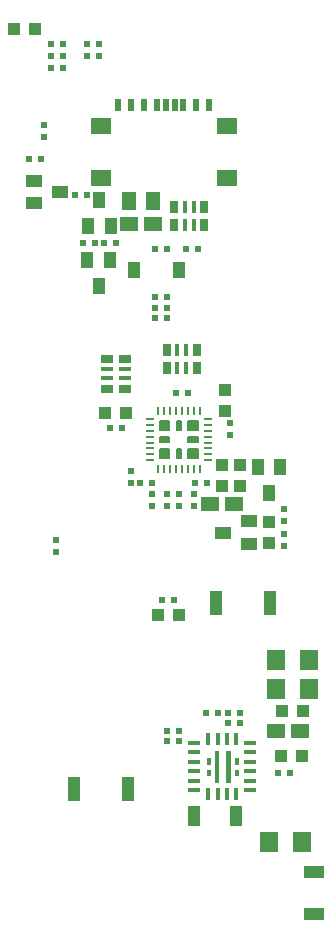
<source format=gbr>
G04 #@! TF.GenerationSoftware,KiCad,Pcbnew,5.99.0-unknown-d20d310~100~ubuntu18.04.1*
G04 #@! TF.CreationDate,2019-12-17T13:26:05+02:00*
G04 #@! TF.ProjectId,ESP32-PoE-ISO_Rev_D,45535033-322d-4506-9f45-2d49534f5f52,D*
G04 #@! TF.SameCoordinates,Original*
G04 #@! TF.FileFunction,Paste,Bot*
G04 #@! TF.FilePolarity,Positive*
%FSLAX46Y46*%
G04 Gerber Fmt 4.6, Leading zero omitted, Abs format (unit mm)*
G04 Created by KiCad (PCBNEW 5.99.0-unknown-d20d310~100~ubuntu18.04.1) date 2019-12-17 13:26:05*
%MOMM*%
%LPD*%
G04 APERTURE LIST*
%ADD10C,0.100000*%
%ADD11C,0.200000*%
%ADD12R,1.016000X1.016000*%
%ADD13R,0.500000X0.550000*%
%ADD14R,1.016000X2.032000*%
%ADD15R,0.400000X1.000000*%
%ADD16R,1.000000X0.400000*%
%ADD17R,0.550000X0.500000*%
%ADD18R,1.270000X1.524000*%
%ADD19R,1.524000X1.778000*%
%ADD20R,1.400000X1.000000*%
%ADD21R,1.000000X1.400000*%
%ADD22R,1.524000X1.270000*%
%ADD23R,1.778000X1.016000*%
%ADD24R,0.500000X1.000000*%
%ADD25R,1.754000X1.454000*%
%ADD26R,0.381000X1.016000*%
%ADD27R,0.635000X1.016000*%
%ADD28R,0.230000X0.780000*%
%ADD29R,0.780000X0.230000*%
%ADD30R,1.016000X1.778000*%
%ADD31R,1.016000X0.381000*%
%ADD32R,1.016000X0.635000*%
G04 APERTURE END LIST*
G36*
X110377000Y-165342000D02*
G01*
X110127000Y-165342000D01*
X110127000Y-164842000D01*
X110377000Y-164842000D01*
X110377000Y-165342000D01*
G37*
D10*
X110377000Y-165342000D02*
X110127000Y-165342000D01*
X110127000Y-164842000D01*
X110377000Y-164842000D01*
X110377000Y-165342000D01*
G36*
X110377000Y-164342000D02*
G01*
X110127000Y-164342000D01*
X110127000Y-163842000D01*
X110377000Y-163842000D01*
X110377000Y-164342000D01*
G37*
X110377000Y-164342000D02*
X110127000Y-164342000D01*
X110127000Y-163842000D01*
X110377000Y-163842000D01*
X110377000Y-164342000D01*
G36*
X108027000Y-164342000D02*
G01*
X107777000Y-164342000D01*
X107777000Y-163842000D01*
X108027000Y-163842000D01*
X108027000Y-164342000D01*
G37*
X108027000Y-164342000D02*
X107777000Y-164342000D01*
X107777000Y-163842000D01*
X108027000Y-163842000D01*
X108027000Y-164342000D01*
G36*
X109727000Y-165892000D02*
G01*
X109427000Y-165892000D01*
X109427000Y-163292000D01*
X109727000Y-163292000D01*
X109727000Y-165892000D01*
G37*
X109727000Y-165892000D02*
X109427000Y-165892000D01*
X109427000Y-163292000D01*
X109727000Y-163292000D01*
X109727000Y-165892000D01*
G36*
X108027000Y-165342000D02*
G01*
X107777000Y-165342000D01*
X107777000Y-164842000D01*
X108027000Y-164842000D01*
X108027000Y-165342000D01*
G37*
X108027000Y-165342000D02*
X107777000Y-165342000D01*
X107777000Y-164842000D01*
X108027000Y-164842000D01*
X108027000Y-165342000D01*
G36*
X108727000Y-165892000D02*
G01*
X108427000Y-165892000D01*
X108427000Y-163292000D01*
X108727000Y-163292000D01*
X108727000Y-165892000D01*
G37*
X108727000Y-165892000D02*
X108427000Y-165892000D01*
X108427000Y-163292000D01*
X108727000Y-163292000D01*
X108727000Y-165892000D01*
D11*
X107010000Y-137706000D02*
X107010000Y-138506000D01*
X106210000Y-137706000D02*
X107010000Y-137706000D01*
X106210000Y-138506000D02*
X106210000Y-137706000D01*
X107010000Y-138506000D02*
X106210000Y-138506000D01*
X107010000Y-138406000D02*
X106210000Y-138406000D01*
X107010000Y-138306000D02*
X106210000Y-138306000D01*
X107010000Y-138206000D02*
X106210000Y-138206000D01*
X107010000Y-138106000D02*
X106210000Y-138106000D01*
X107010000Y-138006000D02*
X106210000Y-138006000D01*
X107010000Y-137906000D02*
X106210000Y-137906000D01*
X107010000Y-137806000D02*
X106210000Y-137806000D01*
X104610000Y-137806000D02*
X103810000Y-137806000D01*
X104610000Y-137906000D02*
X103810000Y-137906000D01*
X104610000Y-138006000D02*
X103810000Y-138006000D01*
X104610000Y-138106000D02*
X103810000Y-138106000D01*
X104610000Y-138206000D02*
X103810000Y-138206000D01*
X104610000Y-138306000D02*
X103810000Y-138306000D01*
X104610000Y-138406000D02*
X103810000Y-138406000D01*
X104610000Y-138506000D02*
X103810000Y-138506000D01*
X103810000Y-138506000D02*
X103810000Y-137706000D01*
X103810000Y-137706000D02*
X104610000Y-137706000D01*
X104610000Y-137706000D02*
X104610000Y-138506000D01*
X107010000Y-135406000D02*
X106210000Y-135406000D01*
X107010000Y-135506000D02*
X106210000Y-135506000D01*
X107010000Y-135606000D02*
X106210000Y-135606000D01*
X107010000Y-135706000D02*
X106210000Y-135706000D01*
X107010000Y-135806000D02*
X106210000Y-135806000D01*
X107010000Y-135906000D02*
X106210000Y-135906000D01*
X107010000Y-136006000D02*
X106210000Y-136006000D01*
X107010000Y-136106000D02*
X106210000Y-136106000D01*
X106210000Y-136106000D02*
X106210000Y-135306000D01*
X106210000Y-135306000D02*
X107010000Y-135306000D01*
X107010000Y-135306000D02*
X107010000Y-136106000D01*
X104610000Y-135306000D02*
X104610000Y-136106000D01*
X103810000Y-135306000D02*
X104610000Y-135306000D01*
X103810000Y-136106000D02*
X103810000Y-135306000D01*
X104610000Y-136106000D02*
X103810000Y-136106000D01*
X104610000Y-136006000D02*
X103810000Y-136006000D01*
X104610000Y-135906000D02*
X103810000Y-135906000D01*
X104610000Y-135806000D02*
X103810000Y-135806000D01*
X104610000Y-135706000D02*
X103810000Y-135706000D01*
X104610000Y-135606000D02*
X103810000Y-135606000D01*
X104610000Y-135506000D02*
X103810000Y-135506000D01*
X104610000Y-135406000D02*
X103810000Y-135406000D01*
X105210000Y-138506000D02*
X105610000Y-138506000D01*
X105210000Y-137706000D02*
X105210000Y-138506000D01*
X105610000Y-137706000D02*
X105210000Y-137706000D01*
X105610000Y-138506000D02*
X105610000Y-137706000D01*
X105510000Y-138506000D02*
X105510000Y-137706000D01*
X105410000Y-138506000D02*
X105410000Y-137706000D01*
X105310000Y-138506000D02*
X105310000Y-137706000D01*
X105310000Y-136106000D02*
X105310000Y-135306000D01*
X105410000Y-136106000D02*
X105410000Y-135306000D01*
X105510000Y-136106000D02*
X105510000Y-135306000D01*
X105610000Y-136106000D02*
X105610000Y-135306000D01*
X105610000Y-135306000D02*
X105210000Y-135306000D01*
X105210000Y-135306000D02*
X105210000Y-136106000D01*
X105210000Y-136106000D02*
X105610000Y-136106000D01*
X107010000Y-136706000D02*
X107010000Y-137106000D01*
X106210000Y-136706000D02*
X107010000Y-136706000D01*
X106210000Y-137106000D02*
X106210000Y-136706000D01*
X107010000Y-137106000D02*
X106210000Y-137106000D01*
X107010000Y-137006000D02*
X106210000Y-137006000D01*
X106210000Y-136906000D02*
X107010000Y-136906000D01*
X107010000Y-136806000D02*
X106210000Y-136806000D01*
X104610000Y-136806000D02*
X103810000Y-136806000D01*
X103810000Y-136906000D02*
X104610000Y-136906000D01*
X104610000Y-137006000D02*
X103810000Y-137006000D01*
X104610000Y-137106000D02*
X103810000Y-137106000D01*
X103810000Y-137106000D02*
X103810000Y-136706000D01*
X103810000Y-136706000D02*
X104610000Y-136706000D01*
X104610000Y-136706000D02*
X104610000Y-137106000D01*
D12*
X91440000Y-102108000D03*
X93218000Y-102108000D03*
D13*
X97663000Y-103378000D03*
X98679000Y-103378000D03*
D14*
X101092000Y-166497000D03*
X96520000Y-166497000D03*
X113157000Y-150749000D03*
X108585000Y-150749000D03*
D15*
X107877000Y-162242000D03*
X108677000Y-162242000D03*
X109477000Y-162242000D03*
X110277000Y-162242000D03*
D16*
X111427000Y-162592000D03*
X111427000Y-163392000D03*
X111427000Y-164192000D03*
X111427000Y-164992000D03*
X111427000Y-165792000D03*
X111427000Y-166592000D03*
D15*
X110277000Y-166942000D03*
X109477000Y-166942000D03*
X108677000Y-166942000D03*
X107877000Y-166942000D03*
D16*
X106727000Y-166592000D03*
X106727000Y-165792000D03*
X106727000Y-164992000D03*
X106727000Y-164192000D03*
X106727000Y-163392000D03*
X106727000Y-162592000D03*
D17*
X94996000Y-145415000D03*
X94996000Y-146431000D03*
D13*
X94615000Y-104394000D03*
X95631000Y-104394000D03*
X94615000Y-103378000D03*
X95631000Y-103378000D03*
X95631000Y-105410000D03*
X94615000Y-105410000D03*
X110617000Y-160020000D03*
X109601000Y-160020000D03*
D12*
X105410000Y-151765000D03*
X103632000Y-151765000D03*
D17*
X114300000Y-142748000D03*
X114300000Y-143764000D03*
D12*
X113030000Y-143891000D03*
X113030000Y-145669000D03*
D13*
X110617000Y-160909000D03*
X109601000Y-160909000D03*
D18*
X103251000Y-116713000D03*
X101219000Y-116713000D03*
D12*
X114173000Y-159893000D03*
X115951000Y-159893000D03*
D19*
X113665000Y-155575000D03*
X116459000Y-155575000D03*
X113665000Y-157988000D03*
X116459000Y-157988000D03*
D13*
X106172000Y-132969000D03*
X105156000Y-132969000D03*
X99568000Y-135890000D03*
X100584000Y-135890000D03*
D17*
X101346000Y-139573000D03*
X101346000Y-140589000D03*
D13*
X107823000Y-140589000D03*
X106807000Y-140589000D03*
X93726000Y-113157000D03*
X92710000Y-113157000D03*
X104394000Y-161544000D03*
X105410000Y-161544000D03*
X105410000Y-162433000D03*
X104394000Y-162433000D03*
D17*
X93980000Y-111252000D03*
X93980000Y-110236000D03*
D13*
X104394000Y-126619000D03*
X103378000Y-126619000D03*
X104394000Y-124841000D03*
X103378000Y-124841000D03*
X104394000Y-120777000D03*
X103378000Y-120777000D03*
X113792000Y-165100000D03*
X114808000Y-165100000D03*
X107696000Y-160020000D03*
X108712000Y-160020000D03*
X104394000Y-125730000D03*
X103378000Y-125730000D03*
X102108000Y-140589000D03*
X103124000Y-140589000D03*
D17*
X109728000Y-136525000D03*
X109728000Y-135509000D03*
X105410000Y-141478000D03*
X105410000Y-142494000D03*
X106680000Y-142494000D03*
X106680000Y-141478000D03*
X103124000Y-142494000D03*
X103124000Y-141478000D03*
X104394000Y-142494000D03*
X104394000Y-141478000D03*
X114300000Y-145923000D03*
X114300000Y-144907000D03*
D13*
X105029000Y-150495000D03*
X104013000Y-150495000D03*
X96647000Y-116205000D03*
X97663000Y-116205000D03*
D20*
X111343440Y-143830040D03*
X111343440Y-145732500D03*
X109133640Y-144777460D03*
D21*
X99628960Y-118836440D03*
X97726500Y-118836440D03*
X98681540Y-116626640D03*
D22*
X101219000Y-118618000D03*
X103251000Y-118618000D03*
D19*
X115824000Y-170942000D03*
X113030000Y-170942000D03*
D23*
X116840000Y-177038000D03*
X116840000Y-173482000D03*
D24*
X100290000Y-108587000D03*
X101390000Y-108587000D03*
X102490000Y-108587000D03*
X103590000Y-108587000D03*
X104340000Y-108587000D03*
X105040000Y-108587000D03*
X105790000Y-108587000D03*
X106890000Y-108587000D03*
X107990000Y-108587000D03*
D25*
X109440000Y-110337000D03*
X98840000Y-110337000D03*
X109440000Y-114787000D03*
X98840000Y-114787000D03*
D22*
X115697000Y-161544000D03*
X113665000Y-161544000D03*
D12*
X109347000Y-134493000D03*
X109347000Y-132715000D03*
X99187000Y-134620000D03*
X100965000Y-134620000D03*
X109093000Y-140843000D03*
X109093000Y-139065000D03*
X110617000Y-140843000D03*
X110617000Y-139065000D03*
D26*
X106045000Y-129286000D03*
X105283000Y-129286000D03*
X106045000Y-130810000D03*
X105283000Y-130810000D03*
D27*
X106934000Y-129286000D03*
X106934000Y-130810000D03*
X104394000Y-129286000D03*
X104394000Y-130810000D03*
D21*
X97663000Y-121666000D03*
X99565460Y-121666000D03*
X98610420Y-123875800D03*
D22*
X110109000Y-142367000D03*
X108077000Y-142367000D03*
D13*
X98679000Y-104394000D03*
X97663000Y-104394000D03*
D21*
X105405000Y-122555000D03*
X101605000Y-122555000D03*
D13*
X106045000Y-120777000D03*
X107061000Y-120777000D03*
D28*
X103660000Y-139356000D03*
X104160000Y-139356000D03*
X104660000Y-139356000D03*
X105160000Y-139356000D03*
X105660000Y-139356000D03*
X106160000Y-139356000D03*
X106660000Y-139356000D03*
X107160000Y-139356000D03*
D29*
X107860000Y-138656000D03*
X107860000Y-138156000D03*
X107860000Y-137656000D03*
X107860000Y-137156000D03*
X107860000Y-136656000D03*
X107860000Y-136156000D03*
X107860000Y-135656000D03*
X107860000Y-135156000D03*
D28*
X107160000Y-134456000D03*
X106660000Y-134456000D03*
X106160000Y-134456000D03*
X105660000Y-134456000D03*
X105160000Y-134456000D03*
X104660000Y-134456000D03*
X104160000Y-134456000D03*
X103660000Y-134456000D03*
D29*
X102960000Y-135156000D03*
X102960000Y-135656000D03*
X102960000Y-136156000D03*
X102960000Y-136656000D03*
X102960000Y-137156000D03*
X102960000Y-137656000D03*
X102960000Y-138156000D03*
X102960000Y-138656000D03*
D13*
X100076000Y-120269000D03*
X99060000Y-120269000D03*
X98298000Y-120269000D03*
X97282000Y-120269000D03*
D12*
X115824000Y-163703000D03*
X114046000Y-163703000D03*
D20*
X95334000Y-115951000D03*
X93134000Y-115001000D03*
X93134000Y-116901000D03*
D21*
X113027460Y-141437360D03*
X113982500Y-139227560D03*
X112080040Y-139227560D03*
D27*
X105029000Y-118745000D03*
X105029000Y-117221000D03*
X107569000Y-118745000D03*
X107569000Y-117221000D03*
D26*
X105918000Y-118745000D03*
X106680000Y-118745000D03*
X105918000Y-117221000D03*
X106680000Y-117221000D03*
D30*
X106680000Y-168783000D03*
X110236000Y-168783000D03*
D31*
X99314000Y-130937000D03*
X99314000Y-131699000D03*
X100838000Y-130937000D03*
X100838000Y-131699000D03*
D32*
X99314000Y-130048000D03*
X100838000Y-130048000D03*
X99314000Y-132588000D03*
X100838000Y-132588000D03*
M02*

</source>
